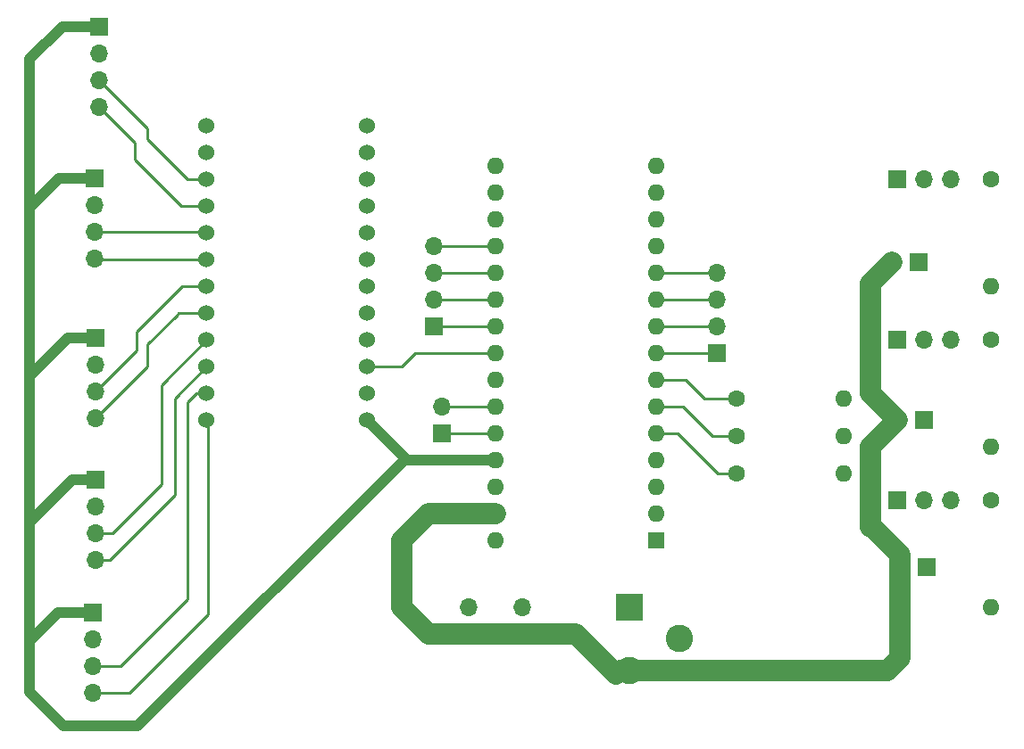
<source format=gbr>
G04 #@! TF.GenerationSoftware,KiCad,Pcbnew,(5.1.4)-1*
G04 #@! TF.CreationDate,2020-02-28T02:40:08+11:00*
G04 #@! TF.ProjectId,glove_pcb,676c6f76-655f-4706-9362-2e6b69636164,rev?*
G04 #@! TF.SameCoordinates,Original*
G04 #@! TF.FileFunction,Copper,L1,Top*
G04 #@! TF.FilePolarity,Positive*
%FSLAX46Y46*%
G04 Gerber Fmt 4.6, Leading zero omitted, Abs format (unit mm)*
G04 Created by KiCad (PCBNEW (5.1.4)-1) date 2020-02-28 02:40:08*
%MOMM*%
%LPD*%
G04 APERTURE LIST*
%ADD10C,1.524000*%
%ADD11R,1.600000X1.600000*%
%ADD12O,1.600000X1.600000*%
%ADD13R,2.600000X2.600000*%
%ADD14C,2.600000*%
%ADD15R,1.700000X1.700000*%
%ADD16O,1.700000X1.700000*%
%ADD17C,1.600000*%
%ADD18C,0.250000*%
%ADD19C,1.000000*%
%ADD20C,2.000000*%
G04 APERTURE END LIST*
D10*
X79248000Y-74980800D03*
X79248000Y-77520800D03*
X79248000Y-80060800D03*
X79248000Y-82600800D03*
X79248000Y-85140800D03*
X79248000Y-87680800D03*
X79248000Y-90220800D03*
X79248000Y-92760800D03*
X79248000Y-95300800D03*
X79248000Y-97840800D03*
X79248000Y-100380800D03*
X79248000Y-102920800D03*
X94488000Y-74980800D03*
X94488000Y-77520800D03*
X94488000Y-80060800D03*
X94488000Y-82600800D03*
X94488000Y-85140800D03*
X94488000Y-87680800D03*
X94488000Y-90220800D03*
X94488000Y-92760800D03*
X94488000Y-95300800D03*
X94488000Y-97840800D03*
X94488000Y-100380800D03*
X94488000Y-102920800D03*
D11*
X121920000Y-114300000D03*
D12*
X106680000Y-81280000D03*
X121920000Y-111760000D03*
X106680000Y-83820000D03*
X121920000Y-109220000D03*
X106680000Y-86360000D03*
X121920000Y-106680000D03*
X106680000Y-88900000D03*
X121920000Y-104140000D03*
X106680000Y-91440000D03*
X121920000Y-101600000D03*
X106680000Y-93980000D03*
X121920000Y-99060000D03*
X106680000Y-96520000D03*
X121920000Y-96520000D03*
X106680000Y-99060000D03*
X121920000Y-93980000D03*
X106680000Y-101600000D03*
X121920000Y-91440000D03*
X106680000Y-104140000D03*
X121920000Y-88900000D03*
X106680000Y-106680000D03*
X121920000Y-86360000D03*
X106680000Y-109220000D03*
X121920000Y-83820000D03*
X106680000Y-111760000D03*
X121920000Y-81280000D03*
X106680000Y-114300000D03*
X121920000Y-78740000D03*
X106680000Y-78740000D03*
D13*
X119380000Y-120650000D03*
D14*
X119380000Y-126650000D03*
X124080000Y-123650000D03*
D15*
X104140000Y-123190000D03*
D16*
X104140000Y-120650000D03*
X109220000Y-120650000D03*
D15*
X109220000Y-123190000D03*
D16*
X145034000Y-116840000D03*
D15*
X147574000Y-116840000D03*
X147320000Y-102870000D03*
D16*
X144780000Y-102870000D03*
X127635000Y-88900000D03*
X127635000Y-91440000D03*
X127635000Y-93980000D03*
D15*
X127635000Y-96520000D03*
X100838000Y-93980000D03*
D16*
X100838000Y-91440000D03*
X100838000Y-88900000D03*
X100838000Y-86360000D03*
X144272000Y-87884000D03*
D15*
X146812000Y-87884000D03*
X101600000Y-104140000D03*
D16*
X101600000Y-101600000D03*
D17*
X129540000Y-107950000D03*
D12*
X139700000Y-107950000D03*
X153670000Y-120650000D03*
D17*
X153670000Y-110490000D03*
D12*
X139700000Y-104394000D03*
D17*
X129540000Y-104394000D03*
X153670000Y-95250000D03*
D12*
X153670000Y-105410000D03*
D17*
X129540000Y-100838000D03*
D12*
X139700000Y-100838000D03*
X153670000Y-90170000D03*
D17*
X153670000Y-80010000D03*
D16*
X69088000Y-73152000D03*
X69088000Y-70612000D03*
X69088000Y-68072000D03*
D15*
X69088000Y-65532000D03*
X68681600Y-79959200D03*
D16*
X68681600Y-82499200D03*
X68681600Y-85039200D03*
X68681600Y-87579200D03*
D15*
X68707000Y-95123000D03*
D16*
X68707000Y-97663000D03*
X68707000Y-100203000D03*
X68707000Y-102743000D03*
X68707000Y-116205000D03*
X68707000Y-113665000D03*
X68707000Y-111125000D03*
D15*
X68707000Y-108585000D03*
X68453000Y-121158000D03*
D16*
X68453000Y-123698000D03*
X68453000Y-126238000D03*
X68453000Y-128778000D03*
D15*
X144780000Y-110490000D03*
D16*
X147320000Y-110490000D03*
X149860000Y-110490000D03*
X149860000Y-95250000D03*
X147320000Y-95250000D03*
D15*
X144780000Y-95250000D03*
X144780000Y-80010000D03*
D16*
X147320000Y-80010000D03*
X149860000Y-80010000D03*
D18*
X100838000Y-86360000D02*
X106680000Y-86360000D01*
X100838000Y-88900000D02*
X106680000Y-88900000D01*
X127762000Y-107950000D02*
X129540000Y-107950000D01*
X123952000Y-104140000D02*
X127762000Y-107950000D01*
X121920000Y-104140000D02*
X123952000Y-104140000D01*
X100838000Y-91440000D02*
X106680000Y-91440000D01*
X121920000Y-101600000D02*
X124460000Y-101600000D01*
X124460000Y-101600000D02*
X127254000Y-104394000D01*
X127254000Y-104394000D02*
X129540000Y-104394000D01*
X100838000Y-93980000D02*
X106680000Y-93980000D01*
X121920000Y-99060000D02*
X124714000Y-99060000D01*
X126492000Y-100838000D02*
X129540000Y-100838000D01*
X124714000Y-99060000D02*
X126492000Y-100838000D01*
X97790000Y-97790000D02*
X94615000Y-97790000D01*
X106680000Y-96520000D02*
X99060000Y-96520000D01*
X99060000Y-96520000D02*
X97790000Y-97790000D01*
X127635000Y-96520000D02*
X121920000Y-96520000D01*
X126432919Y-93980000D02*
X121920000Y-93980000D01*
X127635000Y-93980000D02*
X126432919Y-93980000D01*
X101600000Y-101600000D02*
X106680000Y-101600000D01*
X127635000Y-91440000D02*
X121920000Y-91440000D01*
X101600000Y-104140000D02*
X106680000Y-104140000D01*
X127635000Y-88900000D02*
X121920000Y-88900000D01*
D19*
X65176400Y-121158000D02*
X68453000Y-121158000D01*
X106680000Y-106680000D02*
X102514400Y-106680000D01*
X65684400Y-131927600D02*
X62484000Y-128727200D01*
X62484000Y-128727200D02*
X62484000Y-123850400D01*
X62484000Y-123850400D02*
X65176400Y-121158000D01*
X62484000Y-123850400D02*
X62484000Y-112623600D01*
X66522600Y-108585000D02*
X68707000Y-108585000D01*
X62484000Y-112623600D02*
X66522600Y-108585000D01*
X62484000Y-112623600D02*
X62484000Y-98755200D01*
X66116200Y-95123000D02*
X68707000Y-95123000D01*
X62484000Y-98755200D02*
X66116200Y-95123000D01*
X62484000Y-98755200D02*
X62484000Y-82753200D01*
X65278000Y-79959200D02*
X68681600Y-79959200D01*
X62484000Y-82753200D02*
X65278000Y-79959200D01*
X62484000Y-82753200D02*
X62484000Y-68630800D01*
X65582800Y-65532000D02*
X69088000Y-65532000D01*
X62484000Y-68630800D02*
X65582800Y-65532000D01*
X98247200Y-106680000D02*
X94488000Y-102920800D01*
X101701600Y-106680000D02*
X102514400Y-106680000D01*
X101701600Y-106680000D02*
X98247200Y-106680000D01*
X97993200Y-106680000D02*
X72745600Y-131927600D01*
X98247200Y-106680000D02*
X97993200Y-106680000D01*
X72745600Y-131927600D02*
X65684400Y-131927600D01*
D20*
X106680000Y-111760000D02*
X100330000Y-111760000D01*
X100330000Y-111760000D02*
X97790000Y-114300000D01*
X97790000Y-114300000D02*
X97790000Y-120650000D01*
X97790000Y-120650000D02*
X100330000Y-123190000D01*
X100330000Y-123190000D02*
X104140000Y-123190000D01*
X104140000Y-123190000D02*
X109220000Y-123190000D01*
X118460000Y-126650000D02*
X119380000Y-126650000D01*
X118110000Y-127000000D02*
X118460000Y-126650000D01*
X109220000Y-123190000D02*
X114300000Y-123190000D01*
X114300000Y-123190000D02*
X118110000Y-127000000D01*
X119380000Y-126650000D02*
X143860000Y-126650000D01*
X145034000Y-125476000D02*
X145034000Y-116840000D01*
X143860000Y-126650000D02*
X145034000Y-125476000D01*
X144780000Y-102870000D02*
X142240000Y-100330000D01*
X142240000Y-89916000D02*
X144272000Y-87884000D01*
X142240000Y-100330000D02*
X142240000Y-89916000D01*
X145034000Y-115637919D02*
X145034000Y-116840000D01*
X142426081Y-113030000D02*
X145034000Y-115637919D01*
X142240000Y-113030000D02*
X142426081Y-113030000D01*
X144780000Y-102870000D02*
X142240000Y-105410000D01*
X142240000Y-105410000D02*
X142240000Y-113030000D01*
D18*
X72478900Y-76542900D02*
X69088000Y-73152000D01*
X72478900Y-78193900D02*
X72478900Y-76542900D01*
X76835000Y-82550000D02*
X79375000Y-82550000D01*
X72478900Y-78193900D02*
X76835000Y-82550000D01*
X73660000Y-75184000D02*
X69088000Y-70612000D01*
X73660000Y-76200000D02*
X73660000Y-75184000D01*
X79375000Y-80010000D02*
X77470000Y-80010000D01*
X77470000Y-80010000D02*
X73660000Y-76200000D01*
X68935600Y-85090000D02*
X68834000Y-84988400D01*
X79527400Y-85039200D02*
X69088000Y-85039200D01*
X68935600Y-87630000D02*
X68834000Y-87528400D01*
X79375000Y-87630000D02*
X68935600Y-87630000D01*
X79375000Y-90170000D02*
X76911200Y-90170000D01*
X76911200Y-90170000D02*
X72593200Y-94488000D01*
X72593200Y-96316800D02*
X68707000Y-100203000D01*
X72593200Y-94488000D02*
X72593200Y-96316800D01*
X73660000Y-97790000D02*
X68707000Y-102743000D01*
X73660000Y-95707200D02*
X73660000Y-97790000D01*
X77724000Y-92760800D02*
X79248000Y-92760800D01*
X76606400Y-92760800D02*
X79248000Y-92760800D01*
X76428600Y-92938600D02*
X76606400Y-92760800D01*
X76428600Y-92938600D02*
X73660000Y-95707200D01*
X68707000Y-116205000D02*
X70078600Y-116205000D01*
X70078600Y-116205000D02*
X76250800Y-110032800D01*
X76250800Y-100838000D02*
X79248000Y-97840800D01*
X76250800Y-110032800D02*
X76250800Y-100838000D01*
X68707000Y-113665000D02*
X70332600Y-113665000D01*
X70332600Y-113665000D02*
X74980800Y-109016800D01*
X74980800Y-99568000D02*
X79248000Y-95300800D01*
X74980800Y-109016800D02*
X74980800Y-99568000D01*
X78297370Y-100330000D02*
X77419200Y-101208170D01*
X79375000Y-100330000D02*
X78297370Y-100330000D01*
X77419200Y-101208170D02*
X77419200Y-119888000D01*
X71069200Y-126238000D02*
X68453000Y-126238000D01*
X77419200Y-119888000D02*
X71069200Y-126238000D01*
X79375000Y-102870000D02*
X79375000Y-121335800D01*
X71932800Y-128778000D02*
X68453000Y-128778000D01*
X79375000Y-121335800D02*
X71932800Y-128778000D01*
M02*

</source>
